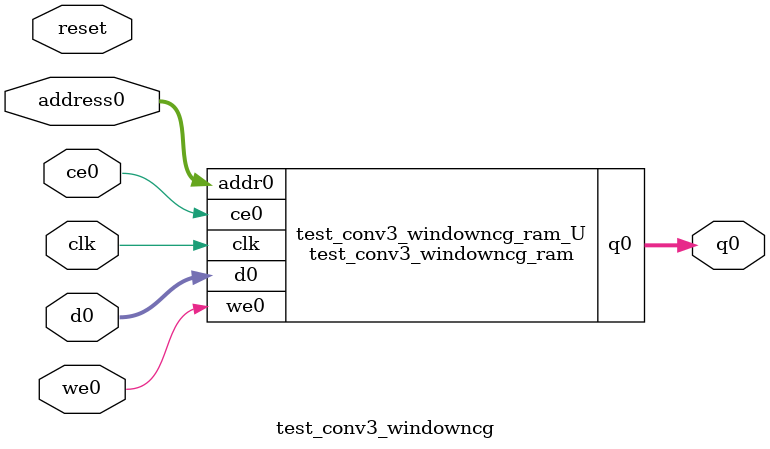
<source format=v>
`timescale 1 ns / 1 ps
module test_conv3_windowncg_ram (addr0, ce0, d0, we0, q0,  clk);

parameter DWIDTH = 4;
parameter AWIDTH = 9;
parameter MEM_SIZE = 288;

input[AWIDTH-1:0] addr0;
input ce0;
input[DWIDTH-1:0] d0;
input we0;
output reg[DWIDTH-1:0] q0;
input clk;

(* ram_style = "block" *)reg [DWIDTH-1:0] ram[0:MEM_SIZE-1];




always @(posedge clk)  
begin 
    if (ce0) begin
        if (we0) 
            ram[addr0] <= d0; 
        q0 <= ram[addr0];
    end
end


endmodule

`timescale 1 ns / 1 ps
module test_conv3_windowncg(
    reset,
    clk,
    address0,
    ce0,
    we0,
    d0,
    q0);

parameter DataWidth = 32'd4;
parameter AddressRange = 32'd288;
parameter AddressWidth = 32'd9;
input reset;
input clk;
input[AddressWidth - 1:0] address0;
input ce0;
input we0;
input[DataWidth - 1:0] d0;
output[DataWidth - 1:0] q0;



test_conv3_windowncg_ram test_conv3_windowncg_ram_U(
    .clk( clk ),
    .addr0( address0 ),
    .ce0( ce0 ),
    .we0( we0 ),
    .d0( d0 ),
    .q0( q0 ));

endmodule


</source>
